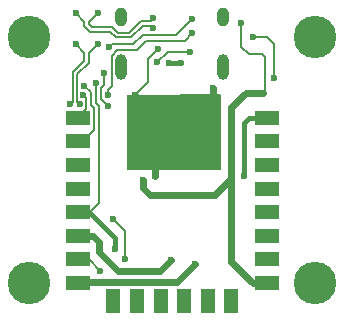
<source format=gbl>
G04 #@! TF.GenerationSoftware,KiCad,Pcbnew,7.0.1-0*
G04 #@! TF.CreationDate,2024-01-29T00:44:29+01:00*
G04 #@! TF.ProjectId,Smart_Lamps,536d6172-745f-44c6-916d-70732e6b6963,rev?*
G04 #@! TF.SameCoordinates,Original*
G04 #@! TF.FileFunction,Copper,L2,Bot*
G04 #@! TF.FilePolarity,Positive*
%FSLAX46Y46*%
G04 Gerber Fmt 4.6, Leading zero omitted, Abs format (unit mm)*
G04 Created by KiCad (PCBNEW 7.0.1-0) date 2024-01-29 00:44:29*
%MOMM*%
%LPD*%
G01*
G04 APERTURE LIST*
G04 Aperture macros list*
%AMRoundRect*
0 Rectangle with rounded corners*
0 $1 Rounding radius*
0 $2 $3 $4 $5 $6 $7 $8 $9 X,Y pos of 4 corners*
0 Add a 4 corners polygon primitive as box body*
4,1,4,$2,$3,$4,$5,$6,$7,$8,$9,$2,$3,0*
0 Add four circle primitives for the rounded corners*
1,1,$1+$1,$2,$3*
1,1,$1+$1,$4,$5*
1,1,$1+$1,$6,$7*
1,1,$1+$1,$8,$9*
0 Add four rect primitives between the rounded corners*
20,1,$1+$1,$2,$3,$4,$5,0*
20,1,$1+$1,$4,$5,$6,$7,0*
20,1,$1+$1,$6,$7,$8,$9,0*
20,1,$1+$1,$8,$9,$2,$3,0*%
G04 Aperture macros list end*
G04 #@! TA.AperFunction,ComponentPad*
%ADD10C,3.600000*%
G04 #@! TD*
G04 #@! TA.AperFunction,ComponentPad*
%ADD11RoundRect,0.500000X0.000000X0.600000X0.000000X0.600000X0.000000X-0.600000X0.000000X-0.600000X0*%
G04 #@! TD*
G04 #@! TA.AperFunction,ComponentPad*
%ADD12RoundRect,0.500000X0.000000X0.300000X0.000000X0.300000X0.000000X-0.300000X0.000000X-0.300000X0*%
G04 #@! TD*
G04 #@! TA.AperFunction,SMDPad,CuDef*
%ADD13R,2.000000X1.200000*%
G04 #@! TD*
G04 #@! TA.AperFunction,SMDPad,CuDef*
%ADD14R,1.200000X2.000000*%
G04 #@! TD*
G04 #@! TA.AperFunction,ViaPad*
%ADD15C,0.600000*%
G04 #@! TD*
G04 #@! TA.AperFunction,Conductor*
%ADD16C,0.600000*%
G04 #@! TD*
G04 #@! TA.AperFunction,Conductor*
%ADD17C,0.400000*%
G04 #@! TD*
G04 #@! TA.AperFunction,Conductor*
%ADD18C,0.200000*%
G04 #@! TD*
G04 #@! TA.AperFunction,Conductor*
%ADD19C,0.152400*%
G04 #@! TD*
G04 APERTURE END LIST*
D10*
X150300000Y-124900000D03*
X126100000Y-124900000D03*
X126100000Y-104100000D03*
D11*
X142520000Y-106580000D03*
D12*
X142520000Y-102400000D03*
D11*
X133880000Y-106580000D03*
D12*
X133880000Y-102400000D03*
D10*
X150300000Y-104100000D03*
D13*
X146200000Y-110900000D03*
X146200000Y-112900000D03*
X146200000Y-114900000D03*
X146200000Y-116900000D03*
X146200000Y-118900000D03*
X146200000Y-120900000D03*
X146200000Y-122900000D03*
X146200000Y-124900000D03*
D14*
X143200000Y-126380000D03*
X141200000Y-126380000D03*
X139200000Y-126380000D03*
X137200000Y-126380000D03*
X135200000Y-126380000D03*
X133200000Y-126380000D03*
D13*
X130200000Y-124900000D03*
X130200000Y-122900000D03*
X130200000Y-120900000D03*
X130200000Y-118900000D03*
X130200000Y-116900000D03*
X130200000Y-114900000D03*
X130200000Y-112900000D03*
X130200000Y-110900000D03*
D15*
X138100000Y-122950000D03*
X144300000Y-115800000D03*
X139900000Y-102500000D03*
X132850000Y-104900000D03*
X144050000Y-102850000D03*
X145900000Y-108800000D03*
X135750000Y-116160000D03*
X130726500Y-108200000D03*
X130655901Y-108975000D03*
X129523000Y-109700000D03*
X130000000Y-104650000D03*
X130377000Y-109700000D03*
X131900000Y-104650000D03*
X139250000Y-111175000D03*
X140100000Y-123300000D03*
X137800000Y-112625000D03*
X138525000Y-111900000D03*
X138525000Y-113350000D03*
X138525000Y-111175000D03*
X136950000Y-105100000D03*
X139250000Y-113350000D03*
X141650000Y-108350000D03*
X137800000Y-113375000D03*
X137800000Y-111925000D03*
X135000000Y-109000000D03*
X136700000Y-115850000D03*
X139250000Y-111900000D03*
X138525000Y-112625000D03*
X139250000Y-112625000D03*
X137800000Y-111175000D03*
X133150000Y-119500000D03*
X134150000Y-122850000D03*
X132100000Y-123850000D03*
X132400000Y-107150000D03*
X132750000Y-109900000D03*
X146800000Y-114950000D03*
X145000000Y-104050000D03*
X146800000Y-107500000D03*
X139900000Y-103750000D03*
X132750000Y-108950000D03*
X133300000Y-122000000D03*
X131700000Y-108000000D03*
X138950000Y-106300000D03*
X131900000Y-102050000D03*
X136600000Y-102473000D03*
X137944100Y-106300000D03*
X136600000Y-103327000D03*
X130000000Y-102050000D03*
X139700000Y-105300000D03*
X136925000Y-106175000D03*
D16*
X133600000Y-123900000D02*
X132000000Y-122300000D01*
X132000000Y-122300000D02*
X132000000Y-121450000D01*
X132000000Y-121450000D02*
X131450000Y-120900000D01*
X131450000Y-120900000D02*
X130200000Y-120900000D01*
X138100000Y-122950000D02*
X137150000Y-123900000D01*
X137150000Y-123900000D02*
X133600000Y-123900000D01*
D17*
X144700000Y-110900000D02*
X146200000Y-110900000D01*
X144250000Y-115750000D02*
X144250000Y-111350000D01*
X144300000Y-115800000D02*
X144250000Y-115750000D01*
X144250000Y-111350000D02*
X144700000Y-110900000D01*
D18*
X133100000Y-104650000D02*
X134900000Y-104650000D01*
D16*
X136300000Y-117400000D02*
X141800000Y-117400000D01*
X135750000Y-116850000D02*
X136300000Y-117400000D01*
D18*
X146050000Y-105725000D02*
X145825000Y-105500000D01*
D16*
X145000000Y-124900000D02*
X146200000Y-124900000D01*
X141800000Y-117400000D02*
X143200000Y-116000000D01*
X143200000Y-123100000D02*
X145000000Y-124900000D01*
D18*
X134900000Y-104650000D02*
X135696000Y-103854000D01*
D16*
X135750000Y-116160000D02*
X135750000Y-116850000D01*
D18*
X144050000Y-104900000D02*
X144050000Y-102850000D01*
X145900000Y-108800000D02*
X146050000Y-108650000D01*
D16*
X143200000Y-110000000D02*
X143200000Y-116000000D01*
D18*
X135696000Y-103854000D02*
X138546000Y-103854000D01*
D17*
X146200000Y-124900000D02*
X145350000Y-124900000D01*
D18*
X146050000Y-108650000D02*
X146050000Y-105725000D01*
D16*
X144400000Y-108800000D02*
X143200000Y-110000000D01*
D18*
X138546000Y-103854000D02*
X139900000Y-102500000D01*
D16*
X143200000Y-116000000D02*
X143200000Y-123100000D01*
D18*
X132850000Y-104900000D02*
X133100000Y-104650000D01*
X144650000Y-105500000D02*
X144050000Y-104900000D01*
D16*
X145900000Y-108800000D02*
X144400000Y-108800000D01*
D18*
X145825000Y-105500000D02*
X144650000Y-105500000D01*
X130726500Y-108200000D02*
X131277000Y-108750500D01*
X131277000Y-108750500D02*
X131277000Y-109827000D01*
X130550000Y-112900000D02*
X130200000Y-112900000D01*
X131277000Y-109827000D02*
X131550000Y-110100000D01*
X131550000Y-110100000D02*
X131550000Y-111900000D01*
X131550000Y-111900000D02*
X130550000Y-112900000D01*
X130904000Y-110196000D02*
X130200000Y-110900000D01*
X130655901Y-108975000D02*
X130904000Y-109223099D01*
X130904000Y-109223099D02*
X130904000Y-110196000D01*
D19*
X130746800Y-106065830D02*
X130746800Y-105396800D01*
X129523000Y-109790728D02*
X129746799Y-109566929D01*
X130746800Y-105396800D02*
X130000000Y-104650000D01*
X129746799Y-107065831D02*
X130746800Y-106065830D01*
X129746799Y-109566929D02*
X129746799Y-107065831D01*
X131153200Y-105396800D02*
X131900000Y-104650000D01*
X130153201Y-109566929D02*
X130153201Y-107234169D01*
X131153200Y-106234170D02*
X131153200Y-105396800D01*
X130153201Y-107234169D02*
X131153200Y-106234170D01*
X130377000Y-109790728D02*
X130153201Y-109566929D01*
D16*
X135700000Y-111175000D02*
X137800000Y-111175000D01*
X136700000Y-112175000D02*
X135700000Y-111175000D01*
X130200000Y-124900000D02*
X130300000Y-124800000D01*
X141650000Y-108350000D02*
X141650000Y-110700000D01*
D18*
X136950000Y-105100000D02*
X136150000Y-105900000D01*
D16*
X130300000Y-124800000D02*
X138600000Y-124800000D01*
X135000000Y-109000000D02*
X135000000Y-110475000D01*
X141175000Y-111175000D02*
X139250000Y-111175000D01*
X135000000Y-110475000D02*
X135700000Y-111175000D01*
D18*
X136150000Y-107850000D02*
X135000000Y-109000000D01*
D16*
X138600000Y-124800000D02*
X140100000Y-123300000D01*
D18*
X136150000Y-105900000D02*
X136150000Y-107850000D01*
D16*
X141650000Y-110700000D02*
X141175000Y-111175000D01*
X136700000Y-115850000D02*
X136700000Y-112175000D01*
D18*
X133200000Y-119500000D02*
X133150000Y-119500000D01*
X134150000Y-122850000D02*
X134150000Y-120450000D01*
X131150000Y-122900000D02*
X130200000Y-122900000D01*
X134150000Y-120450000D02*
X133200000Y-119500000D01*
X132100000Y-123850000D02*
X131150000Y-122900000D01*
X132150000Y-109300000D02*
X132150000Y-108400000D01*
X132750000Y-109900000D02*
X132150000Y-109300000D01*
X132400000Y-108150000D02*
X132400000Y-107150000D01*
X132150000Y-108400000D02*
X132400000Y-108150000D01*
X146200000Y-104050000D02*
X145000000Y-104050000D01*
X146800000Y-107450000D02*
X146800000Y-104650000D01*
D17*
X146150000Y-114950000D02*
X146200000Y-114900000D01*
X146200000Y-114900000D02*
X146200000Y-114950000D01*
D18*
X133545291Y-105200000D02*
X133100000Y-105645291D01*
X135200000Y-105200000D02*
X133545291Y-105200000D01*
X146800000Y-104650000D02*
X146200000Y-104050000D01*
X132750000Y-108550000D02*
X132750000Y-108950000D01*
X139900000Y-103750000D02*
X139250000Y-104400000D01*
X136000000Y-104400000D02*
X135200000Y-105200000D01*
X133100000Y-105645291D02*
X133100000Y-108200000D01*
D17*
X146200000Y-114950000D02*
X146150000Y-114950000D01*
D18*
X139250000Y-104400000D02*
X136000000Y-104400000D01*
X133100000Y-108200000D02*
X132750000Y-108550000D01*
X132000000Y-109925000D02*
X132000000Y-118150000D01*
D17*
X133300000Y-122000000D02*
X133300000Y-121100000D01*
D18*
X132000000Y-118150000D02*
X131250000Y-118900000D01*
D17*
X133300000Y-121100000D02*
X131100000Y-118900000D01*
D18*
X131700000Y-108000000D02*
X131700000Y-109625000D01*
D17*
X131100000Y-118900000D02*
X130200000Y-118900000D01*
X131000000Y-118600000D02*
X130500000Y-118600000D01*
D18*
X131250000Y-118900000D02*
X130200000Y-118900000D01*
X131700000Y-109625000D02*
X132000000Y-109925000D01*
D19*
X133584170Y-103696800D02*
X134515830Y-103696800D01*
X134515830Y-103696800D02*
X135515831Y-102696799D01*
D17*
X138950000Y-106300000D02*
X137944100Y-106300000D01*
D19*
X131900000Y-102050000D02*
X131153200Y-102796800D01*
X133084170Y-103196800D02*
X133584170Y-103696800D01*
X131153200Y-102965830D02*
X131384170Y-103196800D01*
X131384170Y-103196800D02*
X133084170Y-103196800D01*
X135515831Y-102696799D02*
X136376201Y-102696799D01*
X131153200Y-102796800D02*
X131153200Y-102965830D01*
X136376201Y-102696799D02*
X136600000Y-102473000D01*
X130746800Y-103134170D02*
X131215830Y-103603200D01*
X131215830Y-103603200D02*
X132915830Y-103603200D01*
X133415830Y-104103200D02*
X134684170Y-104103200D01*
X136376201Y-103103201D02*
X136600000Y-103327000D01*
X134684170Y-104103200D02*
X135684169Y-103103201D01*
X130000000Y-102050000D02*
X130746800Y-102796800D01*
X130746800Y-102796800D02*
X130746800Y-103134170D01*
X135684169Y-103103201D02*
X136376201Y-103103201D01*
X132915830Y-103603200D02*
X133415830Y-104103200D01*
D18*
X137800000Y-105300000D02*
X136925000Y-106175000D01*
X139700000Y-105300000D02*
X137800000Y-105300000D01*
G04 #@! TA.AperFunction,Conductor*
G36*
X142237549Y-108917137D02*
G01*
X142283257Y-108962558D01*
X142300000Y-109024783D01*
X142300000Y-115176777D01*
X142283517Y-115238552D01*
X142238450Y-115283903D01*
X142176780Y-115300774D01*
X141214029Y-115306830D01*
X134474780Y-115349215D01*
X134412451Y-115332863D01*
X134366743Y-115287442D01*
X134350000Y-115225217D01*
X134350000Y-109073223D01*
X134366483Y-109011448D01*
X134411550Y-108966097D01*
X134473219Y-108949225D01*
X135435969Y-108943170D01*
X142175220Y-108900785D01*
X142237549Y-108917137D01*
G37*
G04 #@! TD.AperFunction*
M02*

</source>
